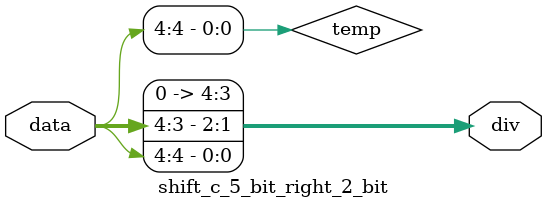
<source format=v>
module shift_c_5_bit_right_2_bit (data, div);
input [4:0] data;
output [4:0] div;
reg [4:0] div;
reg temp;

always @ ( data ) begin
  temp = data[4];
  div = data >> 2;
  div[0] = temp;

end

endmodule // shift_c_5_bit_right_2_bit

</source>
